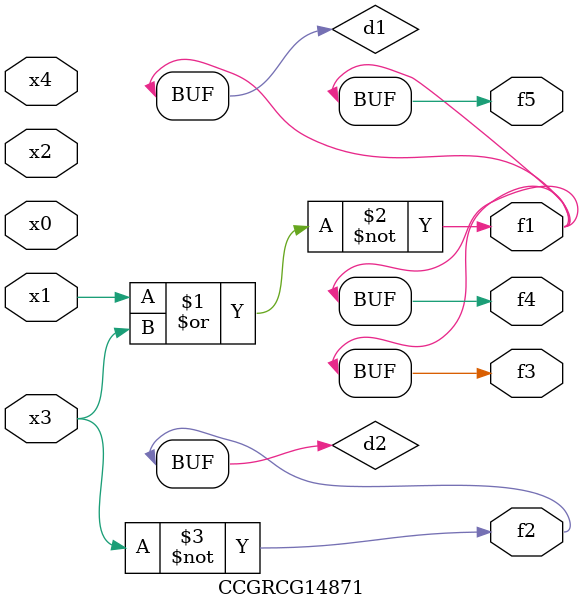
<source format=v>
module CCGRCG14871(
	input x0, x1, x2, x3, x4,
	output f1, f2, f3, f4, f5
);

	wire d1, d2;

	nor (d1, x1, x3);
	not (d2, x3);
	assign f1 = d1;
	assign f2 = d2;
	assign f3 = d1;
	assign f4 = d1;
	assign f5 = d1;
endmodule

</source>
